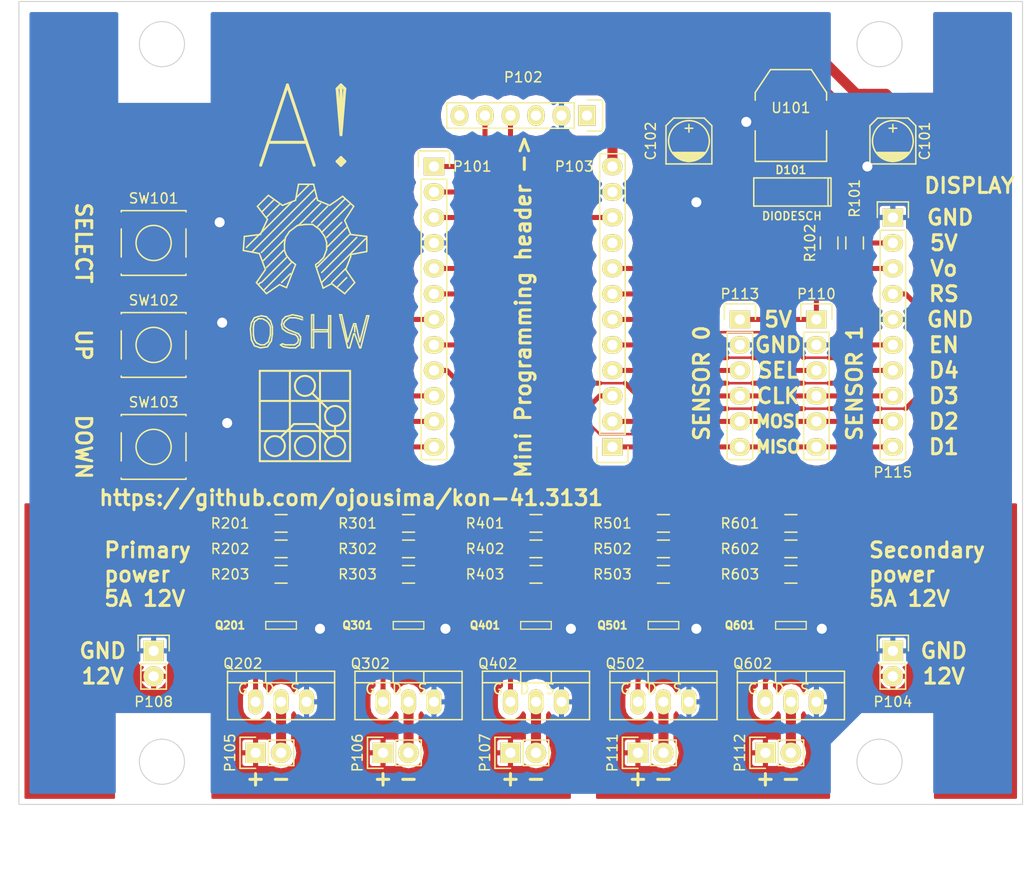
<source format=kicad_pcb>
(kicad_pcb (version 4) (host pcbnew "(2014-08-05 BZR 5054)-product")
  (layers (0 F.Cu signal) (31 B.Cu signal) (34 B.Paste user) (35 F.Paste user) (36 B.SilkS user) (37 F.SilkS user) (38 B.Mask user) (39 F.Mask user) (44 Edge.Cuts user))
  (net 0 "")
  (net 1 /TXO)
  (net 2 /RXI)
  (net 3 /PWM0/INV_PWM)
  (net 4 /PWM1/INV_PWM)
  (net 5 /PWM2/INV_PWM)
  (net 6 /MOSI)
  (net 7 /MISO)
  (net 8 /SCLK)
  (net 9 /SEL0)
  (net 10 /SEL1)
  (net 11 /SEL2)
  (net 12 /PWM0/12V)
  (net 13 /PWM0/Drain)
  (net 14 /PWM1/Drain)
  (net 15 /PWM2/Drain)
  (net 16 /5V)
  (net 17 "Net-(Q201-Pad2)")
  (net 18 "Net-(Q201-Pad3)")
  (net 19 "Net-(Q301-Pad2)")
  (net 20 "Net-(Q301-Pad3)")
  (net 21 "Net-(Q401-Pad2)")
  (net 22 "Net-(Q401-Pad3)")
  (net 23 /RS)
  (net 24 /BT0)
  (net 25 /PWM3/INV_PWM)
  (net 26 /BT1)
  (net 27 /BT2)
  (net 28 "Net-(P102-Pad1)")
  (net 29 /Vcc)
  (net 30 /DTR)
  (net 31 /PWM4/INV_PWM)
  (net 32 /PWM3/Drain)
  (net 33 /PWM4/Drain)
  (net 34 /Vo)
  (net 35 "Net-(Q501-Pad2)")
  (net 36 "Net-(Q501-Pad3)")
  (net 37 "Net-(Q601-Pad2)")
  (net 38 "Net-(Q601-Pad3)")
  (net 39 /RESET)
  (net 40 GND)
  (net 41 /D4)
  (net 42 /3V3)
  (net 43 /PWM3/12V)
  (module Pin_Headers:Pin_Header_Straight_1x06 (layer F.Cu) (at 101.6 86.36 270)
    (fp_text reference P102 (at -3.81 6.35 360) (layer F.SilkS))
    (fp_text value CONN_01X06)
    (pad 1 thru_hole rect (at 0 0 270) (size 2.032 1.7272) (drill 1.016) (layers *.Cu *.Mask F.SilkS) (net 28 "Net-(P102-Pad1)"))
    (pad 2 thru_hole oval (at 0 2.54 270) (size 2.032 1.7272) (drill 1.016) (layers *.Cu *.Mask F.SilkS) (net 40 GND))
    (pad 3 thru_hole oval (at 0 5.08 270) (size 2.032 1.7272) (drill 1.016) (layers *.Cu *.Mask F.SilkS) (net 29 /Vcc))
    (pad 4 thru_hole oval (at 0 7.62 270) (size 2.032 1.7272) (drill 1.016) (layers *.Cu *.Mask F.SilkS) (net 2 /RXI))
    (pad 5 thru_hole oval (at 0 10.16 270) (size 2.032 1.7272) (drill 1.016) (layers *.Cu *.Mask F.SilkS) (net 1 /TXO))
    (pad 6 thru_hole oval (at 0 12.7 270) (size 2.032 1.7272) (drill 1.016) (layers *.Cu *.Mask F.SilkS) (net 30 /DTR))
  )
  (module Pin_Headers:Pin_Header_Straight_1x02 (layer F.Cu) (at 119.38 149.86 90)
    (fp_text reference P112 (at 0 -2.54 90) (layer F.SilkS))
    (fp_text value CONN_01X02)
    (pad 1 thru_hole rect (at 0 0 90) (size 2.032 2.032) (drill 1.016) (layers *.Cu *.Mask F.SilkS) (net 43 /PWM3/12V))
    (pad 2 thru_hole oval (at 0 2.54 90) (size 2.032 2.032) (drill 1.016) (layers *.Cu *.Mask F.SilkS) (net 33 /PWM4/Drain))
  )
  (module Pin_Headers:Pin_Header_Straight_1x06 (layer F.Cu) (at 116.84 106.68)
    (fp_text reference P113 (at 0 -2.54) (layer F.SilkS))
    (fp_text value CONN_01X06)
    (pad 1 thru_hole rect (at 0 0) (size 2.032 1.7272) (drill 1.016) (layers *.Cu *.Mask F.SilkS) (net 16 /5V))
    (pad 2 thru_hole oval (at 0 2.54) (size 2.032 1.7272) (drill 1.016) (layers *.Cu *.Mask F.SilkS) (net 40 GND))
    (pad 3 thru_hole oval (at 0 5.08) (size 2.032 1.7272) (drill 1.016) (layers *.Cu *.Mask F.SilkS) (net 9 /SEL0))
    (pad 4 thru_hole oval (at 0 7.62) (size 2.032 1.7272) (drill 1.016) (layers *.Cu *.Mask F.SilkS) (net 8 /SCLK))
    (pad 5 thru_hole oval (at 0 10.16) (size 2.032 1.7272) (drill 1.016) (layers *.Cu *.Mask F.SilkS) (net 6 /MOSI))
    (pad 6 thru_hole oval (at 0 12.7) (size 2.032 1.7272) (drill 1.016) (layers *.Cu *.Mask F.SilkS) (net 7 /MISO))
  )
  (module Pin_Headers:Pin_Header_Straight_1x10 (layer F.Cu) (at 132.08 96.52)
    (fp_text reference P115 (at 0 25.4) (layer F.SilkS))
    (fp_text value CONN_01X10)
    (pad 1 thru_hole rect (at 0 0) (size 2.032 1.7272) (drill 1.016) (layers *.Cu *.Mask F.SilkS) (net 40 GND))
    (pad 2 thru_hole oval (at 0 2.54) (size 2.032 1.7272) (drill 1.016) (layers *.Cu *.Mask F.SilkS) (net 16 /5V))
    (pad 3 thru_hole oval (at 0 5.08) (size 2.032 1.7272) (drill 1.016) (layers *.Cu *.Mask F.SilkS) (net 34 /Vo))
    (pad 4 thru_hole oval (at 0 7.62) (size 2.032 1.7272) (drill 1.016) (layers *.Cu *.Mask F.SilkS) (net 23 /RS))
    (pad 5 thru_hole oval (at 0 10.16) (size 2.032 1.7272) (drill 1.016) (layers *.Cu *.Mask F.SilkS) (net 40 GND))
    (pad 6 thru_hole oval (at 0 12.7) (size 2.032 1.7272) (drill 1.016) (layers *.Cu *.Mask F.SilkS) (net 11 /SEL2))
    (pad 7 thru_hole oval (at 0 15.24) (size 2.032 1.7272) (drill 1.016) (layers *.Cu *.Mask F.SilkS) (net 41 /D4))
    (pad 8 thru_hole oval (at 0 17.78) (size 2.032 1.7272) (drill 1.016) (layers *.Cu *.Mask F.SilkS) (net 8 /SCLK))
    (pad 9 thru_hole oval (at 0 20.32) (size 2.032 1.7272) (drill 1.016) (layers *.Cu *.Mask F.SilkS) (net 6 /MOSI))
    (pad 10 thru_hole oval (at 0 22.86) (size 2.032 1.7272) (drill 1.016) (layers *.Cu *.Mask F.SilkS) (net 7 /MISO))
  )
  (module smd_packages_fork:SOT23EBC (layer F.Cu) (at 109.22 137.16 180)
    (fp_text reference Q501 (at 5.08 0 180) (layer F.SilkS) (effects (font (size 0.762 0.762) (thickness 0.2032))))
    (fp_text value BC850 hide)
    (pad 1 smd rect (at -0.889 -1.016 180) (size 1.1 1.5) (layers F.Cu F.Paste F.Mask) (net 40 GND))
    (pad 2 smd rect (at 0.889 -1.016 180) (size 1.1 1.5) (layers F.Cu F.Paste F.Mask) (net 35 "Net-(Q501-Pad2)"))
    (pad 3 smd rect (at 0 1.016 180) (size 1.1 1.5) (layers F.Cu F.Paste F.Mask) (net 36 "Net-(Q501-Pad3)"))
  )
  (module Transistors_TO-220:TO-220_FET-GDS_Vertical (layer F.Cu) (at 109.22 144.78)
    (fp_text reference Q502 (at -3.81 -3.81) (layer F.SilkS))
    (fp_text value IRF530N)
    (fp_text user S (at 1.397 -1.27) (layer F.SilkS))
    (fp_text user D (at -1.143 -1.27) (layer F.SilkS))
    (fp_text user G (at -3.81 -1.27) (layer F.SilkS))
    (pad D thru_hole oval (at 0 0 90) (size 2.49936 1.50114) (drill 1.00076) (layers *.Cu *.Mask F.SilkS) (net 32 /PWM3/Drain))
    (pad G thru_hole oval (at -2.54 0 90) (size 2.49936 1.50114) (drill 1.00076) (layers *.Cu *.Mask F.SilkS) (net 36 "Net-(Q501-Pad3)"))
    (pad S thru_hole oval (at 2.54 0 90) (size 2.49936 1.50114) (drill 1.00076) (layers *.Cu *.Mask F.SilkS) (net 40 GND))
  )
  (module smd_packages_fork:SOT23EBC (layer F.Cu) (at 121.92 137.16 180)
    (fp_text reference Q601 (at 5.08 0 180) (layer F.SilkS) (effects (font (size 0.762 0.762) (thickness 0.2032))))
    (fp_text value BC850 hide)
    (pad 1 smd rect (at -0.889 -1.016 180) (size 1.1 1.5) (layers F.Cu F.Paste F.Mask) (net 40 GND))
    (pad 2 smd rect (at 0.889 -1.016 180) (size 1.1 1.5) (layers F.Cu F.Paste F.Mask) (net 37 "Net-(Q601-Pad2)"))
    (pad 3 smd rect (at 0 1.016 180) (size 1.1 1.5) (layers F.Cu F.Paste F.Mask) (net 38 "Net-(Q601-Pad3)"))
  )
  (module Transistors_TO-220:TO-220_FET-GDS_Vertical (layer F.Cu) (at 121.92 144.78)
    (fp_text reference Q602 (at -3.81 -3.81) (layer F.SilkS))
    (fp_text value IRF530N)
    (fp_text user S (at 1.397 -1.27) (layer F.SilkS))
    (fp_text user D (at -1.143 -1.27) (layer F.SilkS))
    (fp_text user G (at -3.81 -1.27) (layer F.SilkS))
    (pad D thru_hole oval (at 0 0 90) (size 2.49936 1.50114) (drill 1.00076) (layers *.Cu *.Mask F.SilkS) (net 33 /PWM4/Drain))
    (pad G thru_hole oval (at -2.54 0 90) (size 2.49936 1.50114) (drill 1.00076) (layers *.Cu *.Mask F.SilkS) (net 38 "Net-(Q601-Pad3)"))
    (pad S thru_hole oval (at 2.54 0 90) (size 2.49936 1.50114) (drill 1.00076) (layers *.Cu *.Mask F.SilkS) (net 40 GND))
  )
  (module Resistors_SMD:R_0805_HandSoldering (layer F.Cu) (at 125.73 99.06 270)
    (fp_text reference R101 (at -4.445 -2.54 270) (layer F.SilkS))
    (fp_text value R)
    (pad 1 smd rect (at -1.35 0 270) (size 1.5 1.3) (layers F.Cu F.Paste F.Mask) (net 16 /5V))
    (pad 2 smd rect (at 1.35 0 270) (size 1.5 1.3) (layers F.Cu F.Paste F.Mask) (net 34 /Vo))
  )
  (module Resistors_SMD:R_0805_HandSoldering (layer F.Cu) (at 128.27 99.06 90)
    (fp_text reference R102 (at 0 -4.445 90) (layer F.SilkS))
    (fp_text value R)
    (pad 1 smd rect (at -1.35 0 90) (size 1.5 1.3) (layers F.Cu F.Paste F.Mask) (net 34 /Vo))
    (pad 2 smd rect (at 1.35 0 90) (size 1.5 1.3) (layers F.Cu F.Paste F.Mask) (net 40 GND))
  )
  (module Resistors_SMD:R_0805_HandSoldering (layer F.Cu) (at 109.22 127)
    (fp_text reference R501 (at -5.08 0) (layer F.SilkS))
    (fp_text value 10k)
    (pad 1 smd rect (at -1.35 0) (size 1.5 1.3) (layers F.Cu F.Paste F.Mask) (net 43 /PWM3/12V))
    (pad 2 smd rect (at 1.35 0) (size 1.5 1.3) (layers F.Cu F.Paste F.Mask) (net 25 /PWM3/INV_PWM))
  )
  (module Resistors_SMD:R_0805_HandSoldering (layer F.Cu) (at 109.22 129.54)
    (fp_text reference R502 (at -5.08 0) (layer F.SilkS))
    (fp_text value 1k)
    (pad 1 smd rect (at -1.35 0) (size 1.5 1.3) (layers F.Cu F.Paste F.Mask) (net 35 "Net-(Q501-Pad2)"))
    (pad 2 smd rect (at 1.35 0) (size 1.5 1.3) (layers F.Cu F.Paste F.Mask) (net 25 /PWM3/INV_PWM))
  )
  (module Resistors_SMD:R_0805_HandSoldering (layer F.Cu) (at 109.22 132.08)
    (fp_text reference R503 (at -5.08 0) (layer F.SilkS))
    (fp_text value 10k)
    (pad 1 smd rect (at -1.35 0) (size 1.5 1.3) (layers F.Cu F.Paste F.Mask) (net 43 /PWM3/12V))
    (pad 2 smd rect (at 1.35 0) (size 1.5 1.3) (layers F.Cu F.Paste F.Mask) (net 36 "Net-(Q501-Pad3)"))
  )
  (module Resistors_SMD:R_0805_HandSoldering (layer F.Cu) (at 121.92 127)
    (fp_text reference R601 (at -5.08 0) (layer F.SilkS))
    (fp_text value 10k)
    (pad 1 smd rect (at -1.35 0) (size 1.5 1.3) (layers F.Cu F.Paste F.Mask) (net 43 /PWM3/12V))
    (pad 2 smd rect (at 1.35 0) (size 1.5 1.3) (layers F.Cu F.Paste F.Mask) (net 31 /PWM4/INV_PWM))
  )
  (module Resistors_SMD:R_0805_HandSoldering (layer F.Cu) (at 121.92 129.54)
    (fp_text reference R602 (at -5.08 0) (layer F.SilkS))
    (fp_text value 1k)
    (pad 1 smd rect (at -1.35 0) (size 1.5 1.3) (layers F.Cu F.Paste F.Mask) (net 37 "Net-(Q601-Pad2)"))
    (pad 2 smd rect (at 1.35 0) (size 1.5 1.3) (layers F.Cu F.Paste F.Mask) (net 31 /PWM4/INV_PWM))
  )
  (module Resistors_SMD:R_0805_HandSoldering (layer F.Cu) (at 121.92 132.08)
    (fp_text reference R603 (at -5.08 0) (layer F.SilkS))
    (fp_text value 10k)
    (pad 1 smd rect (at -1.35 0) (size 1.5 1.3) (layers F.Cu F.Paste F.Mask) (net 43 /PWM3/12V))
    (pad 2 smd rect (at 1.35 0) (size 1.5 1.3) (layers F.Cu F.Paste F.Mask) (net 38 "Net-(Q601-Pad3)"))
  )
  (module SMD_Switches:SW_SPST_PTS645 (layer F.Cu) (at 58.42 99.06)
    (fp_text reference SW101 (at 0 -4.445 180) (layer F.SilkS))
    (fp_text value SPST)
    (pad 2 smd rect (at -3.975 2.25) (size 1.55 1.3) (layers F.Cu F.Paste F.Mask) (net 24 /BT0))
    (pad 1 smd rect (at -3.975 -2.25) (size 1.55 1.3) (layers F.Cu F.Paste F.Mask) (net 40 GND))
    (pad 1 smd rect (at 3.975 -2.25) (size 1.55 1.3) (layers F.Cu F.Paste F.Mask) (net 40 GND))
    (pad 2 smd rect (at 3.975 2.25) (size 1.55 1.3) (layers F.Cu F.Paste F.Mask) (net 24 /BT0))
  )
  (module SMD_Switches:SW_SPST_PTS645 (layer F.Cu) (at 58.42 109.22)
    (fp_text reference SW102 (at 0 -4.445 180) (layer F.SilkS))
    (fp_text value SPST)
    (pad 2 smd rect (at -3.975 2.25) (size 1.55 1.3) (layers F.Cu F.Paste F.Mask) (net 26 /BT1))
    (pad 1 smd rect (at -3.975 -2.25) (size 1.55 1.3) (layers F.Cu F.Paste F.Mask) (net 40 GND))
    (pad 1 smd rect (at 3.975 -2.25) (size 1.55 1.3) (layers F.Cu F.Paste F.Mask) (net 40 GND))
    (pad 2 smd rect (at 3.975 2.25) (size 1.55 1.3) (layers F.Cu F.Paste F.Mask) (net 26 /BT1))
  )
  (module SMD_Switches:SW_SPST_PTS645 (layer F.Cu) (at 58.42 119.38)
    (fp_text reference SW103 (at 0 -4.445 180) (layer F.SilkS))
    (fp_text value SPST)
    (pad 2 smd rect (at -3.975 2.25) (size 1.55 1.3) (layers F.Cu F.Paste F.Mask) (net 27 /BT2))
    (pad 1 smd rect (at -3.975 -2.25) (size 1.55 1.3) (layers F.Cu F.Paste F.Mask) (net 40 GND))
    (pad 1 smd rect (at 3.975 -2.25) (size 1.55 1.3) (layers F.Cu F.Paste F.Mask) (net 40 GND))
    (pad 2 smd rect (at 3.975 2.25) (size 1.55 1.3) (layers F.Cu F.Paste F.Mask) (net 27 /BT2))
  )
  (module Pin_Headers:Pin_Header_Straight_1x12 (layer F.Cu) (at 86.36 91.44)
    (fp_text reference P101 (at 3.81 0) (layer F.SilkS))
    (fp_text value CONN_01X12)
    (pad 1 thru_hole rect (at 0 0) (size 2.032 1.7272) (drill 1.016) (layers *.Cu *.Mask F.SilkS) (net 1 /TXO))
    (pad 2 thru_hole oval (at 0 2.54) (size 2.032 1.7272) (drill 1.016) (layers *.Cu *.Mask F.SilkS) (net 2 /RXI))
    (pad 3 thru_hole oval (at 0 5.08) (size 2.032 1.7272) (drill 1.016) (layers *.Cu *.Mask F.SilkS) (net 39 /RESET))
    (pad 4 thru_hole oval (at 0 7.62) (size 2.032 1.7272) (drill 1.016) (layers *.Cu *.Mask F.SilkS) (net 40 GND))
    (pad 5 thru_hole oval (at 0 10.16) (size 2.032 1.7272) (drill 1.016) (layers *.Cu *.Mask F.SilkS) (net 23 /RS))
    (pad 6 thru_hole oval (at 0 12.7) (size 2.032 1.7272) (drill 1.016) (layers *.Cu *.Mask F.SilkS) (net 25 /PWM3/INV_PWM))
    (pad 7 thru_hole oval (at 0 15.24) (size 2.032 1.7272) (drill 1.016) (layers *.Cu *.Mask F.SilkS) (net 24 /BT0))
    (pad 8 thru_hole oval (at 0 17.78) (size 2.032 1.7272) (drill 1.016) (layers *.Cu *.Mask F.SilkS) (net 5 /PWM2/INV_PWM))
    (pad 9 thru_hole oval (at 0 20.32) (size 2.032 1.7272) (drill 1.016) (layers *.Cu *.Mask F.SilkS) (net 4 /PWM1/INV_PWM))
    (pad 10 thru_hole oval (at 0 22.86) (size 2.032 1.7272) (drill 1.016) (layers *.Cu *.Mask F.SilkS) (net 26 /BT1))
    (pad 11 thru_hole oval (at 0 25.4) (size 2.032 1.7272) (drill 1.016) (layers *.Cu *.Mask F.SilkS) (net 27 /BT2))
    (pad 12 thru_hole oval (at 0 27.94) (size 2.032 1.7272) (drill 1.016) (layers *.Cu *.Mask F.SilkS) (net 3 /PWM0/INV_PWM))
  )
  (module Pin_Headers:Pin_Header_Straight_1x12 (layer F.Cu) (at 104.14 119.38 180)
    (fp_text reference P103 (at 3.81 27.94 180) (layer F.SilkS))
    (fp_text value CONN_01X12)
    (pad 1 thru_hole rect (at 0 0 180) (size 2.032 1.7272) (drill 1.016) (layers *.Cu *.Mask F.SilkS) (net 31 /PWM4/INV_PWM))
    (pad 2 thru_hole oval (at 0 2.54 180) (size 2.032 1.7272) (drill 1.016) (layers *.Cu *.Mask F.SilkS) (net 6 /MOSI))
    (pad 3 thru_hole oval (at 0 5.08 180) (size 2.032 1.7272) (drill 1.016) (layers *.Cu *.Mask F.SilkS) (net 7 /MISO))
    (pad 4 thru_hole oval (at 0 7.62 180) (size 2.032 1.7272) (drill 1.016) (layers *.Cu *.Mask F.SilkS) (net 8 /SCLK))
    (pad 5 thru_hole oval (at 0 10.16 180) (size 2.032 1.7272) (drill 1.016) (layers *.Cu *.Mask F.SilkS) (net 41 /D4))
    (pad 6 thru_hole oval (at 0 12.7 180) (size 2.032 1.7272) (drill 1.016) (layers *.Cu *.Mask F.SilkS) (net 9 /SEL0))
    (pad 7 thru_hole oval (at 0 15.24 180) (size 2.032 1.7272) (drill 1.016) (layers *.Cu *.Mask F.SilkS) (net 10 /SEL1))
    (pad 8 thru_hole oval (at 0 17.78 180) (size 2.032 1.7272) (drill 1.016) (layers *.Cu *.Mask F.SilkS) (net 11 /SEL2))
    (pad 9 thru_hole oval (at 0 20.32 180) (size 2.032 1.7272) (drill 1.016) (layers *.Cu *.Mask F.SilkS) (net 42 /3V3))
    (pad 10 thru_hole oval (at 0 22.86 180) (size 2.032 1.7272) (drill 1.016) (layers *.Cu *.Mask F.SilkS) (net 39 /RESET))
    (pad 11 thru_hole oval (at 0 25.4 180) (size 2.032 1.7272) (drill 1.016) (layers *.Cu *.Mask F.SilkS) (net 40 GND))
    (pad 12 thru_hole oval (at 0 27.94 180) (size 2.032 1.7272) (drill 1.016) (layers *.Cu *.Mask F.SilkS) (net 16 /5V))
  )
  (module Pin_Headers:Pin_Header_Straight_1x02 (layer F.Cu) (at 68.58 149.86 90)
    (fp_text reference P105 (at 0 -2.54 90) (layer F.SilkS))
    (fp_text value CONN_01X02)
    (pad 1 thru_hole rect (at 0 0 90) (size 2.032 2.032) (drill 1.016) (layers *.Cu *.Mask F.SilkS) (net 12 /PWM0/12V))
    (pad 2 thru_hole oval (at 0 2.54 90) (size 2.032 2.032) (drill 1.016) (layers *.Cu *.Mask F.SilkS) (net 13 /PWM0/Drain))
  )
  (module Pin_Headers:Pin_Header_Straight_1x02 (layer F.Cu) (at 81.28 149.86 90)
    (fp_text reference P106 (at 0 -2.54 90) (layer F.SilkS))
    (fp_text value CONN_01X02)
    (pad 1 thru_hole rect (at 0 0 90) (size 2.032 2.032) (drill 1.016) (layers *.Cu *.Mask F.SilkS) (net 12 /PWM0/12V))
    (pad 2 thru_hole oval (at 0 2.54 90) (size 2.032 2.032) (drill 1.016) (layers *.Cu *.Mask F.SilkS) (net 14 /PWM1/Drain))
  )
  (module Pin_Headers:Pin_Header_Straight_1x02 (layer F.Cu) (at 93.98 149.86 90)
    (fp_text reference P107 (at 0 -2.54 90) (layer F.SilkS))
    (fp_text value CONN_01X02)
    (pad 1 thru_hole rect (at 0 0 90) (size 2.032 2.032) (drill 1.016) (layers *.Cu *.Mask F.SilkS) (net 12 /PWM0/12V))
    (pad 2 thru_hole oval (at 0 2.54 90) (size 2.032 2.032) (drill 1.016) (layers *.Cu *.Mask F.SilkS) (net 15 /PWM2/Drain))
  )
  (module Pin_Headers:Pin_Header_Straight_1x06 (layer F.Cu) (at 124.46 106.68)
    (fp_text reference P110 (at 0 -2.54) (layer F.SilkS))
    (fp_text value CONN_01X06)
    (pad 1 thru_hole rect (at 0 0) (size 2.032 1.7272) (drill 1.016) (layers *.Cu *.Mask F.SilkS) (net 16 /5V))
    (pad 2 thru_hole oval (at 0 2.54) (size 2.032 1.7272) (drill 1.016) (layers *.Cu *.Mask F.SilkS) (net 40 GND))
    (pad 3 thru_hole oval (at 0 5.08) (size 2.032 1.7272) (drill 1.016) (layers *.Cu *.Mask F.SilkS) (net 10 /SEL1))
    (pad 4 thru_hole oval (at 0 7.62) (size 2.032 1.7272) (drill 1.016) (layers *.Cu *.Mask F.SilkS) (net 8 /SCLK))
    (pad 5 thru_hole oval (at 0 10.16) (size 2.032 1.7272) (drill 1.016) (layers *.Cu *.Mask F.SilkS) (net 6 /MOSI))
    (pad 6 thru_hole oval (at 0 12.7) (size 2.032 1.7272) (drill 1.016) (layers *.Cu *.Mask F.SilkS) (net 7 /MISO))
  )
  (module smd_packages_fork:SOT23EBC (layer F.Cu) (at 71.12 137.16 180)
    (fp_text reference Q201 (at 5.08 0 180) (layer F.SilkS) (effects (font (size 0.762 0.762) (thickness 0.2032))))
    (fp_text value BC850 hide)
    (pad 1 smd rect (at -0.889 -1.016 180) (size 1.1 1.5) (layers F.Cu F.Paste F.Mask) (net 40 GND))
    (pad 2 smd rect (at 0.889 -1.016 180) (size 1.1 1.5) (layers F.Cu F.Paste F.Mask) (net 17 "Net-(Q201-Pad2)"))
    (pad 3 smd rect (at 0 1.016 180) (size 1.1 1.5) (layers F.Cu F.Paste F.Mask) (net 18 "Net-(Q201-Pad3)"))
  )
  (module Transistors_TO-220:TO-220_FET-GDS_Vertical (layer F.Cu) (at 71.12 144.78)
    (fp_text reference Q202 (at -3.81 -3.81) (layer F.SilkS))
    (fp_text value IRF530N)
    (fp_text user S (at 1.397 -1.27) (layer F.SilkS))
    (fp_text user D (at -1.143 -1.27) (layer F.SilkS))
    (fp_text user G (at -3.81 -1.27) (layer F.SilkS))
    (pad D thru_hole oval (at 0 0 90) (size 2.49936 1.50114) (drill 1.00076) (layers *.Cu *.Mask F.SilkS) (net 13 /PWM0/Drain))
    (pad G thru_hole oval (at -2.54 0 90) (size 2.49936 1.50114) (drill 1.00076) (layers *.Cu *.Mask F.SilkS) (net 18 "Net-(Q201-Pad3)"))
    (pad S thru_hole oval (at 2.54 0 90) (size 2.49936 1.50114) (drill 1.00076) (layers *.Cu *.Mask F.SilkS) (net 40 GND))
  )
  (module smd_packages_fork:SOT23EBC (layer F.Cu) (at 83.82 137.16 180)
    (fp_text reference Q301 (at 5.08 0 180) (layer F.SilkS) (effects (font (size 0.762 0.762) (thickness 0.2032))))
    (fp_text value BC850 hide)
    (pad 1 smd rect (at -0.889 -1.016 180) (size 1.1 1.5) (layers F.Cu F.Paste F.Mask) (net 40 GND))
    (pad 2 smd rect (at 0.889 -1.016 180) (size 1.1 1.5) (layers F.Cu F.Paste F.Mask) (net 19 "Net-(Q301-Pad2)"))
    (pad 3 smd rect (at 0 1.016 180) (size 1.1 1.5) (layers F.Cu F.Paste F.Mask) (net 20 "Net-(Q301-Pad3)"))
  )
  (module Transistors_TO-220:TO-220_FET-GDS_Vertical (layer F.Cu) (at 83.82 144.78)
    (fp_text reference Q302 (at -3.81 -3.81) (layer F.SilkS))
    (fp_text value IRF530N)
    (fp_text user S (at 1.397 -1.27) (layer F.SilkS))
    (fp_text user D (at -1.143 -1.27) (layer F.SilkS))
    (fp_text user G (at -3.81 -1.27) (layer F.SilkS))
    (pad D thru_hole oval (at 0 0 90) (size 2.49936 1.50114) (drill 1.00076) (layers *.Cu *.Mask F.SilkS) (net 14 /PWM1/Drain))
    (pad G thru_hole oval (at -2.54 0 90) (size 2.49936 1.50114) (drill 1.00076) (layers *.Cu *.Mask F.SilkS) (net 20 "Net-(Q301-Pad3)"))
    (pad S thru_hole oval (at 2.54 0 90) (size 2.49936 1.50114) (drill 1.00076) (layers *.Cu *.Mask F.SilkS) (net 40 GND))
  )
  (module smd_packages_fork:SOT23EBC (layer F.Cu) (at 96.52 137.16 180)
    (fp_text reference Q401 (at 5.08 0 180) (layer F.SilkS) (effects (font (size 0.762 0.762) (thickness 0.2032))))
    (fp_text value BC850 hide)
    (pad 1 smd rect (at -0.889 -1.016 180) (size 1.1 1.5) (layers F.Cu F.Paste F.Mask) (net 40 GND))
    (pad 2 smd rect (at 0.889 -1.016 180) (size 1.1 1.5) (layers F.Cu F.Paste F.Mask) (net 21 "Net-(Q401-Pad2)"))
    (pad 3 smd rect (at 0 1.016 180) (size 1.1 1.5) (layers F.Cu F.Paste F.Mask) (net 22 "Net-(Q401-Pad3)"))
  )
  (module Transistors_TO-220:TO-220_FET-GDS_Vertical (layer F.Cu) (at 96.52 144.78)
    (fp_text reference Q402 (at -3.81 -3.81) (layer F.SilkS))
    (fp_text value IRF530N)
    (fp_text user S (at 1.397 -1.27) (layer F.SilkS))
    (fp_text user D (at -1.143 -1.27) (layer F.SilkS))
    (fp_text user G (at -3.81 -1.27) (layer F.SilkS))
    (pad D thru_hole oval (at 0 0 90) (size 2.49936 1.50114) (drill 1.00076) (layers *.Cu *.Mask F.SilkS) (net 15 /PWM2/Drain))
    (pad G thru_hole oval (at -2.54 0 90) (size 2.49936 1.50114) (drill 1.00076) (layers *.Cu *.Mask F.SilkS) (net 22 "Net-(Q401-Pad3)"))
    (pad S thru_hole oval (at 2.54 0 90) (size 2.49936 1.50114) (drill 1.00076) (layers *.Cu *.Mask F.SilkS) (net 40 GND))
  )
  (module Resistors_SMD:R_0805_HandSoldering (layer F.Cu) (at 71.12 127)
    (fp_text reference R201 (at -5.08 0) (layer F.SilkS))
    (fp_text value 10k)
    (pad 1 smd rect (at -1.35 0) (size 1.5 1.3) (layers F.Cu F.Paste F.Mask) (net 12 /PWM0/12V))
    (pad 2 smd rect (at 1.35 0) (size 1.5 1.3) (layers F.Cu F.Paste F.Mask) (net 3 /PWM0/INV_PWM))
  )
  (module Resistors_SMD:R_0805_HandSoldering (layer F.Cu) (at 71.12 129.54)
    (fp_text reference R202 (at -5.08 0) (layer F.SilkS))
    (fp_text value 1k)
    (pad 1 smd rect (at -1.35 0) (size 1.5 1.3) (layers F.Cu F.Paste F.Mask) (net 17 "Net-(Q201-Pad2)"))
    (pad 2 smd rect (at 1.35 0) (size 1.5 1.3) (layers F.Cu F.Paste F.Mask) (net 3 /PWM0/INV_PWM))
  )
  (module Resistors_SMD:R_0805_HandSoldering (layer F.Cu) (at 71.12 132.08)
    (fp_text reference R203 (at -5.08 0) (layer F.SilkS))
    (fp_text value 10k)
    (pad 1 smd rect (at -1.35 0) (size 1.5 1.3) (layers F.Cu F.Paste F.Mask) (net 12 /PWM0/12V))
    (pad 2 smd rect (at 1.35 0) (size 1.5 1.3) (layers F.Cu F.Paste F.Mask) (net 18 "Net-(Q201-Pad3)"))
  )
  (module Resistors_SMD:R_0805_HandSoldering (layer F.Cu) (at 83.82 127)
    (fp_text reference R301 (at -5.08 0) (layer F.SilkS))
    (fp_text value 10k)
    (pad 1 smd rect (at -1.35 0) (size 1.5 1.3) (layers F.Cu F.Paste F.Mask) (net 12 /PWM0/12V))
    (pad 2 smd rect (at 1.35 0) (size 1.5 1.3) (layers F.Cu F.Paste F.Mask) (net 4 /PWM1/INV_PWM))
  )
  (module Resistors_SMD:R_0805_HandSoldering (layer F.Cu) (at 83.82 129.54)
    (fp_text reference R302 (at -5.08 0) (layer F.SilkS))
    (fp_text value 1k)
    (pad 1 smd rect (at -1.35 0) (size 1.5 1.3) (layers F.Cu F.Paste F.Mask) (net 19 "Net-(Q301-Pad2)"))
    (pad 2 smd rect (at 1.35 0) (size 1.5 1.3) (layers F.Cu F.Paste F.Mask) (net 4 /PWM1/INV_PWM))
  )
  (module Resistors_SMD:R_0805_HandSoldering (layer F.Cu) (at 83.82 132.08)
    (fp_text reference R303 (at -5.08 0) (layer F.SilkS))
    (fp_text value 10k)
    (pad 1 smd rect (at -1.35 0) (size 1.5 1.3) (layers F.Cu F.Paste F.Mask) (net 12 /PWM0/12V))
    (pad 2 smd rect (at 1.35 0) (size 1.5 1.3) (layers F.Cu F.Paste F.Mask) (net 20 "Net-(Q301-Pad3)"))
  )
  (module Resistors_SMD:R_0805_HandSoldering (layer F.Cu) (at 96.52 127)
    (fp_text reference R401 (at -5.08 0) (layer F.SilkS))
    (fp_text value 10k)
    (pad 1 smd rect (at -1.35 0) (size 1.5 1.3) (layers F.Cu F.Paste F.Mask) (net 12 /PWM0/12V))
    (pad 2 smd rect (at 1.35 0) (size 1.5 1.3) (layers F.Cu F.Paste F.Mask) (net 5 /PWM2/INV_PWM))
  )
  (module Resistors_SMD:R_0805_HandSoldering (layer F.Cu) (at 96.52 129.54)
    (fp_text reference R402 (at -5.08 0) (layer F.SilkS))
    (fp_text value 1k)
    (pad 1 smd rect (at -1.35 0) (size 1.5 1.3) (layers F.Cu F.Paste F.Mask) (net 21 "Net-(Q401-Pad2)"))
    (pad 2 smd rect (at 1.35 0) (size 1.5 1.3) (layers F.Cu F.Paste F.Mask) (net 5 /PWM2/INV_PWM))
  )
  (module Resistors_SMD:R_0805_HandSoldering (layer F.Cu) (at 96.52 132.08)
    (fp_text reference R403 (at -5.08 0) (layer F.SilkS))
    (fp_text value 10k)
    (pad 1 smd rect (at -1.35 0) (size 1.5 1.3) (layers F.Cu F.Paste F.Mask) (net 12 /PWM0/12V))
    (pad 2 smd rect (at 1.35 0) (size 1.5 1.3) (layers F.Cu F.Paste F.Mask) (net 22 "Net-(Q401-Pad3)"))
  )
  (module Pin_Headers:Pin_Header_Straight_1x02 (layer F.Cu) (at 58.42 139.7)
    (fp_text reference P108 (at 0 5.08) (layer F.SilkS))
    (fp_text value CONN_01X02)
    (pad 1 thru_hole rect (at 0 0) (size 2.032 2.032) (drill 1.016) (layers *.Cu *.Mask F.SilkS) (net 40 GND))
    (pad 2 thru_hole oval (at 0 2.54) (size 2.032 2.032) (drill 1.016) (layers *.Cu *.Mask F.SilkS) (net 12 /PWM0/12V))
  )
  (module Pin_Headers:Pin_Header_Straight_1x02 (layer F.Cu) (at 106.68 149.86 90)
    (fp_text reference P111 (at 0 -2.54 90) (layer F.SilkS))
    (fp_text value CONN_01X02)
    (pad 1 thru_hole rect (at 0 0 90) (size 2.032 2.032) (drill 1.016) (layers *.Cu *.Mask F.SilkS) (net 43 /PWM3/12V))
    (pad 2 thru_hole oval (at 0 2.54 90) (size 2.032 2.032) (drill 1.016) (layers *.Cu *.Mask F.SilkS) (net 32 /PWM3/Drain))
  )
  (module SMD_Capacitors:c_elec_4x5.3 (layer F.Cu) (at 132.08 88.9 90)
    (fp_text reference C101 (at 0 3.175 90) (layer F.SilkS))
    (fp_text value 10u)
    (pad 1 smd rect (at 1.80086 0 90) (size 2.60096 1.6002) (layers F.Cu F.Paste F.Mask) (net 12 /PWM0/12V))
    (pad 2 smd rect (at -1.80086 0 90) (size 2.60096 1.6002) (layers F.Cu F.Paste F.Mask) (net 40 GND))
  )
  (module SMD_Capacitors:c_elec_4x5.3 (layer F.Cu) (at 111.76 88.9 90)
    (fp_text reference C102 (at 0 -3.81 90) (layer F.SilkS))
    (fp_text value 100u)
    (pad 1 smd rect (at 1.80086 0 90) (size 2.60096 1.6002) (layers F.Cu F.Paste F.Mask) (net 16 /5V))
    (pad 2 smd rect (at -1.80086 0 90) (size 2.60096 1.6002) (layers F.Cu F.Paste F.Mask) (net 40 GND))
  )
  (module Pin_Headers:Pin_Header_Straight_1x02 (layer F.Cu) (at 132.08 139.7)
    (fp_text reference P104 (at 0 5.08) (layer F.SilkS))
    (fp_text value CONN_01X02)
    (pad 1 thru_hole rect (at 0 0) (size 2.032 2.032) (drill 1.016) (layers *.Cu *.Mask F.SilkS) (net 40 GND))
    (pad 2 thru_hole oval (at 0 2.54) (size 2.032 2.032) (drill 1.016) (layers *.Cu *.Mask F.SilkS) (net 43 /PWM3/12V))
  )
  (module SMD_Packages:SOT-223 (layer F.Cu) (at 121.92 86.36)
    (fp_text reference U101 (at 0 -0.762) (layer F.SilkS))
    (fp_text value LD1117S50TR)
    (pad 4 smd rect (at 0 -3.302) (size 3.6576 2.032) (layers F.Cu F.Paste F.Mask))
    (pad 2 smd rect (at 0 3.302) (size 1.016 2.032) (layers F.Cu F.Paste F.Mask) (net 16 /5V))
    (pad 3 smd rect (at 2.286 3.302) (size 1.016 2.032) (layers F.Cu F.Paste F.Mask) (net 12 /PWM0/12V))
    (pad 1 smd rect (at -2.286 3.302) (size 1.016 2.032) (layers F.Cu F.Paste F.Mask) (net 40 GND))
  )
  (module smd_diodes:SMA_WAVE (layer F.Cu) (at 121.92 93.98)
    (fp_text reference D101 (at 0 -2.2) (layer F.SilkS) (effects (font (size 0.8 0.8))))
    (fp_text value DIODESCH (at 0.1 2.4) (layer F.SilkS) (effects (font (size 0.8 0.8))))
    (pad 1 smd rect (at -2 0) (size 2.5 2) (layers F.Cu F.Paste F.Mask) (net 16 /5V))
    (pad 2 smd rect (at 2 0) (size 2.5 2) (layers F.Cu F.Paste F.Mask) (net 12 /PWM0/12V))
  )
  (module Symbols:Symbol_OSHW-Logo_SilkScreen_BIG (layer F.Cu) (at 73.66 80.01)
    (fp_text reference LOGO101 hide)
    (fp_text value OPEN_HARDWARE_2)
  )
  (gr_text https://github.com/ojousima/kon-41.3131 (at 78.105 124.46) (layer F.SilkS) (effects (font (size 1.5 1.5) (thickness 0.3))))
  (gr_text A! (at 73.66 87.63) (layer F.SilkS) (effects (font (size 8 8) (thickness 0.3))))
  (gr_line (start 74.2 114) (end 75.8 115.6) (angle 90) (layer F.SilkS) (width 0.2))
  (gr_line (start 76.5 118.3) (end 76.5 117.3) (angle 90) (layer F.SilkS) (width 0.2))
  (gr_line (start 74.5 117.1) (end 75.9 118.5) (angle 90) (layer F.SilkS) (width 0.2))
  (gr_line (start 72.4 117.1) (end 74.5 117.1) (angle 90) (layer F.SilkS) (width 0.2))
  (gr_line (start 71.1 118.4) (end 72.4 117.1) (angle 90) (layer F.SilkS) (width 0.2))
  (gr_circle (center 73.5 113.3) (end 74.5 113.3) (layer F.SilkS) (width 0.2))
  (gr_circle (center 76.5 116.3) (end 77.5 116.3) (layer F.SilkS) (width 0.2))
  (gr_circle (center 76.5 119.3) (end 77.5 119.3) (layer F.SilkS) (width 0.2))
  (gr_circle (center 73.5 119.3) (end 74.5 119.3) (layer F.SilkS) (width 0.2))
  (gr_circle (center 70.5 119.3) (end 71.5 119.3) (layer F.SilkS) (width 0.2))
  (gr_line (start 69 117.8) (end 78 117.8) (angle 90) (layer F.SilkS) (width 0.2))
  (gr_line (start 69 114.8) (end 78 114.8) (angle 90) (layer F.SilkS) (width 0.2))
  (gr_line (start 72 111.8) (end 72 120.8) (angle 90) (layer F.SilkS) (width 0.2))
  (gr_line (start 75 111.8) (end 75 120.8) (angle 90) (layer F.SilkS) (width 0.2))
  (gr_line (start 69 120.8) (end 69 111.8) (angle 90) (layer F.SilkS) (width 0.2))
  (gr_line (start 78 120.8) (end 69 120.8) (angle 90) (layer F.SilkS) (width 0.2))
  (gr_line (start 78 111.8) (end 78 120.8) (angle 90) (layer F.SilkS) (width 0.2))
  (gr_line (start 69 111.8) (end 78 111.8) (angle 90) (layer F.SilkS) (width 0.2))
  (gr_text + (at 68.58 152.4) (layer F.SilkS) (effects (font (size 1.5 1.5) (thickness 0.3))))
  (gr_text - (at 71.12 152.4) (layer F.SilkS) (effects (font (size 1.5 1.5) (thickness 0.3))))
  (gr_text + (at 93.98 152.4) (layer F.SilkS) (effects (font (size 1.5 1.5) (thickness 0.3))))
  (gr_text - (at 96.52 152.4) (layer F.SilkS) (effects (font (size 1.5 1.5) (thickness 0.3))))
  (gr_text - (at 83.82 152.4) (layer F.SilkS) (effects (font (size 1.5 1.5) (thickness 0.3))))
  (gr_text + (at 81.28 152.4) (layer F.SilkS) (effects (font (size 1.5 1.5) (thickness 0.3))))
  (gr_text + (at 106.68 152.4) (layer F.SilkS) (effects (font (size 1.5 1.5) (thickness 0.3))))
  (gr_text - (at 109.22 152.4) (layer F.SilkS) (effects (font (size 1.5 1.5) (thickness 0.3))))
  (gr_text - (at 121.92 152.4) (layer F.SilkS) (effects (font (size 1.5 1.5) (thickness 0.3))))
  (gr_text + (at 119.38 152.4) (layer F.SilkS) (effects (font (size 1.5 1.5) (thickness 0.3))))
  (gr_text 12V (at 137.16 142.24) (layer F.SilkS) (effects (font (size 1.5 1.5) (thickness 0.3))))
  (gr_text GND (at 137.16 139.7) (layer F.SilkS) (effects (font (size 1.5 1.5) (thickness 0.3))))
  (gr_text "Secondary \npower\n5A 12V" (at 129.54 132.08) (layer F.SilkS) (effects (font (size 1.5 1.5) (thickness 0.3)) (justify left)))
  (gr_text "Primary \npower \n5A 12V" (at 53.34 132.08) (layer F.SilkS) (effects (font (size 1.5 1.5) (thickness 0.3)) (justify left)))
  (gr_text 12V (at 53.34 142.24) (layer F.SilkS) (effects (font (size 1.5 1.5) (thickness 0.3))))
  (gr_text GND (at 53.34 139.7) (layer F.SilkS) (effects (font (size 1.5 1.5) (thickness 0.3))))
  (gr_text GND (at 137.795 96.52) (layer F.SilkS) (effects (font (size 1.5 1.5) (thickness 0.3))))
  (gr_text 5V (at 137.16 99.06) (layer F.SilkS) (effects (font (size 1.5 1.5) (thickness 0.3))))
  (gr_text Vo (at 137.16 101.6) (layer F.SilkS) (effects (font (size 1.5 1.5) (thickness 0.3))))
  (gr_text RS (at 137.16 104.14) (layer F.SilkS) (effects (font (size 1.5 1.5) (thickness 0.3))))
  (gr_text GND (at 137.795 106.68) (layer F.SilkS) (effects (font (size 1.5 1.5) (thickness 0.3))))
  (gr_text EN (at 137.16 109.22) (layer F.SilkS) (effects (font (size 1.5 1.5) (thickness 0.3))))
  (gr_text D4 (at 137.16 111.76) (layer F.SilkS) (effects (font (size 1.5 1.5) (thickness 0.3))))
  (gr_text D3 (at 137.16 114.3) (layer F.SilkS) (effects (font (size 1.5 1.5) (thickness 0.3))))
  (gr_text D2 (at 137.16 116.84) (layer F.SilkS) (effects (font (size 1.5 1.5) (thickness 0.3))))
  (gr_text D1 (at 137.16 119.38) (layer F.SilkS) (effects (font (size 1.5 1.5) (thickness 0.3))))
  (gr_text MISO (at 120.65 119.38) (layer F.SilkS) (effects (font (size 1.2 1.2) (thickness 0.3))))
  (gr_text MOSI (at 120.65 116.84) (layer F.SilkS) (effects (font (size 1.2 1.2) (thickness 0.3))))
  (gr_text CLK (at 120.65 114.3) (layer F.SilkS) (effects (font (size 1.5 1.5) (thickness 0.3))))
  (gr_text SEL (at 120.65 111.76) (layer F.SilkS) (effects (font (size 1.5 1.5) (thickness 0.3))))
  (gr_text GND (at 120.65 109.22) (layer F.SilkS) (effects (font (size 1.5 1.5) (thickness 0.3))))
  (gr_text 5V (at 120.65 106.68) (layer F.SilkS) (effects (font (size 1.5 1.5) (thickness 0.3))))
  (gr_text DISPLAY (at 139.7 93.345) (layer F.SilkS) (effects (font (size 1.5 1.5) (thickness 0.3))))
  (gr_text "SENSOR 1" (at 128.27 113.03 90) (layer F.SilkS) (effects (font (size 1.5 1.5) (thickness 0.3))))
  (gr_text "SENSOR 0" (at 113.03 113.03 90) (layer F.SilkS) (effects (font (size 1.5 1.5) (thickness 0.3))))
  (gr_text DOWN (at 51.435 119.38 270) (layer F.SilkS) (effects (font (size 1.5 1.5) (thickness 0.3))))
  (gr_text UP (at 51.435 109.22 270) (layer F.SilkS) (effects (font (size 1.5 1.5) (thickness 0.3))))
  (gr_text SELECT (at 51.435 99.06 270) (layer F.SilkS) (effects (font (size 1.5 1.5) (thickness 0.3))))
  (gr_text "Mini Programming header ->" (at 95.25 105.41 90) (layer F.SilkS) (effects (font (size 1.5 1.5) (thickness 0.3))))
  (gr_circle (center 59.25 79.25) (end 61.5 79.25) (layer Edge.Cuts) (width 0.1))
  (gr_circle (center 130.75 79.25) (end 128.5 79.25) (layer Edge.Cuts) (width 0.1))
  (gr_line (start 45 75) (end 45 155) (angle 90) (layer Edge.Cuts) (width 0.1))
  (gr_line (start 50 75) (end 45 75) (angle 90) (layer Edge.Cuts) (width 0.1))
  (gr_line (start 145 75) (end 50 75) (angle 90) (layer Edge.Cuts) (width 0.1))
  (gr_line (start 145 155) (end 145 75) (angle 90) (layer Edge.Cuts) (width 0.1))
  (gr_circle (center 130.75 150.75) (end 133 150.75) (layer Edge.Cuts) (width 0.1))
  (gr_circle (center 59.25 150.75) (end 61.5 150.75) (layer Edge.Cuts) (width 0.1))
  (gr_line (start 45 155) (end 145 155) (angle 90) (layer Edge.Cuts) (width 0.1))
  (segment (start 86.36 91.44) (end 89.81 91.44) (width 0.5) (layer F.Cu) (net 1))
  (segment (start 91.44 89.81) (end 91.44 86.36) (width 0.5) (layer F.Cu) (net 1))
  (segment (start 89.81 91.44) (end 91.44 89.81) (width 0.5) (layer F.Cu) (net 1))
  (segment (start 86.36 93.98) (end 90.52 93.98) (width 0.5) (layer F.Cu) (net 2))
  (segment (start 93.98 90.52) (end 93.98 86.36) (width 0.5) (layer F.Cu) (net 2))
  (segment (start 90.52 93.98) (end 93.98 90.52) (width 0.5) (layer F.Cu) (net 2))
  (segment (start 72.47 127) (end 74.93 127) (width 0.5) (layer F.Cu) (net 3))
  (segment (start 82.55 119.38) (end 86.36 119.38) (width 0.5) (layer F.Cu) (net 3))
  (segment (start 74.93 127) (end 82.55 119.38) (width 0.5) (layer F.Cu) (net 3))
  (segment (start 72.47 127) (end 72.47 129.54) (width 0.25) (layer F.Cu) (net 3))
  (segment (start 86.36 111.76) (end 87.63 111.76) (width 0.5) (layer F.Cu) (net 4))
  (segment (start 87.63 127) (end 85.17 127) (width 0.5) (layer F.Cu) (net 4))
  (segment (start 88.9 125.73) (end 87.63 127) (width 0.5) (layer F.Cu) (net 4))
  (segment (start 88.9 113.03) (end 88.9 125.73) (width 0.5) (layer F.Cu) (net 4))
  (segment (start 87.63 111.76) (end 88.9 113.03) (width 0.5) (layer F.Cu) (net 4))
  (segment (start 85.17 127) (end 85.17 129.54) (width 0.25) (layer F.Cu) (net 4))
  (segment (start 86.36 109.22) (end 90.17 109.22) (width 0.5) (layer F.Cu) (net 5))
  (segment (start 97.87 116.92) (end 97.87 127) (width 0.5) (layer F.Cu) (net 5))
  (segment (start 90.17 109.22) (end 97.87 116.92) (width 0.5) (layer F.Cu) (net 5))
  (segment (start 97.87 127) (end 97.87 129.54) (width 0.25) (layer F.Cu) (net 5))
  (segment (start 124.46 116.84) (end 132.08 116.84) (width 0.5) (layer F.Cu) (net 6))
  (segment (start 116.84 116.84) (end 124.46 116.84) (width 0.5) (layer F.Cu) (net 6))
  (segment (start 104.14 116.84) (end 116.84 116.84) (width 0.5) (layer F.Cu) (net 6))
  (segment (start 124.46 119.38) (end 132.08 119.38) (width 0.5) (layer F.Cu) (net 7))
  (segment (start 116.84 119.38) (end 124.46 119.38) (width 0.5) (layer F.Cu) (net 7))
  (segment (start 106.68 118.11) (end 111.76 118.11) (width 0.5) (layer F.Cu) (net 7))
  (segment (start 102.87 118.11) (end 106.68 118.11) (width 0.25) (layer F.Cu) (net 7))
  (segment (start 104.14 114.3) (end 102.87 114.3) (width 0.5) (layer F.Cu) (net 7))
  (segment (start 101.6 115.57) (end 101.6 116.84) (width 0.5) (layer F.Cu) (net 7))
  (segment (start 102.87 114.3) (end 101.6 115.57) (width 0.5) (layer F.Cu) (net 7))
  (segment (start 101.6 116.84) (end 102.87 118.11) (width 0.25) (layer F.Cu) (net 7))
  (segment (start 113.03 119.38) (end 116.84 119.38) (width 0.5) (layer F.Cu) (net 7))
  (segment (start 111.76 118.11) (end 113.03 119.38) (width 0.5) (layer F.Cu) (net 7))
  (segment (start 124.46 114.3) (end 132.08 114.3) (width 0.5) (layer F.Cu) (net 8))
  (segment (start 116.84 114.3) (end 124.46 114.3) (width 0.5) (layer F.Cu) (net 8))
  (segment (start 104.14 111.76) (end 107.95 111.76) (width 0.5) (layer F.Cu) (net 8))
  (segment (start 110.49 114.3) (end 116.84 114.3) (width 0.5) (layer F.Cu) (net 8))
  (segment (start 107.95 111.76) (end 110.49 114.3) (width 0.5) (layer F.Cu) (net 8))
  (segment (start 104.14 106.68) (end 107.95 106.68) (width 0.5) (layer F.Cu) (net 9))
  (segment (start 113.03 111.76) (end 116.84 111.76) (width 0.5) (layer F.Cu) (net 9))
  (segment (start 107.95 106.68) (end 113.03 111.76) (width 0.5) (layer F.Cu) (net 9))
  (segment (start 118.11 110.49) (end 120.65 110.49) (width 0.5) (layer F.Cu) (net 10))
  (segment (start 115.57 110.49) (end 114.3 110.49) (width 0.5) (layer F.Cu) (net 10))
  (segment (start 107.95 104.14) (end 114.3 110.49) (width 0.5) (layer F.Cu) (net 10))
  (segment (start 104.14 104.14) (end 107.95 104.14) (width 0.5) (layer F.Cu) (net 10))
  (segment (start 118.11 110.49) (end 115.57 110.49) (width 0.25) (layer F.Cu) (net 10))
  (segment (start 121.92 111.76) (end 124.46 111.76) (width 0.5) (layer F.Cu) (net 10))
  (segment (start 120.65 110.49) (end 121.92 111.76) (width 0.5) (layer F.Cu) (net 10))
  (segment (start 125.73 110.49) (end 127 110.49) (width 0.5) (layer F.Cu) (net 11))
  (segment (start 119.38 107.95) (end 120.65 107.95) (width 0.5) (layer F.Cu) (net 11))
  (segment (start 104.14 101.6) (end 107.95 101.6) (width 0.5) (layer F.Cu) (net 11))
  (segment (start 107.95 101.6) (end 114.3 107.95) (width 0.5) (layer F.Cu) (net 11))
  (segment (start 119.38 107.95) (end 114.3 107.95) (width 0.25) (layer F.Cu) (net 11))
  (segment (start 120.65 107.95) (end 123.19 110.49) (width 0.5) (layer F.Cu) (net 11))
  (segment (start 125.73 110.49) (end 123.19 110.49) (width 0.25) (layer F.Cu) (net 11))
  (segment (start 128.27 109.22) (end 132.08 109.22) (width 0.5) (layer F.Cu) (net 11))
  (segment (start 127 110.49) (end 128.27 109.22) (width 0.5) (layer F.Cu) (net 11))
  (segment (start 123.92 93.98) (end 123.92 89.948) (width 1) (layer F.Cu) (net 12))
  (segment (start 123.92 89.948) (end 124.206 89.662) (width 1) (layer F.Cu) (net 12))
  (segment (start 132.08 87.09914) (end 128.90086 87.09914) (width 1) (layer F.Cu) (net 12))
  (segment (start 127.02 93.98) (end 123.92 93.98) (width 1) (layer F.Cu) (net 12))
  (segment (start 127.5 93.5) (end 127.02 93.98) (width 1) (layer F.Cu) (net 12))
  (segment (start 127.5 88.5) (end 127.5 93.5) (width 1) (layer F.Cu) (net 12))
  (segment (start 128.90086 87.09914) (end 127.5 88.5) (width 1) (layer F.Cu) (net 12))
  (segment (start 123.5 79.25) (end 74.25 79.25) (width 1) (layer F.Cu) (net 12))
  (segment (start 51.14 142.24) (end 49.5 140.6) (width 1) (layer F.Cu) (net 12))
  (segment (start 49.5 140.6) (end 49.5 92.4) (width 1) (layer F.Cu) (net 12))
  (segment (start 49.5 92.4) (end 54.9 87) (width 1) (layer F.Cu) (net 12))
  (segment (start 54.9 87) (end 66.5 87) (width 1) (layer F.Cu) (net 12))
  (segment (start 66.5 87) (end 74.2 79.3) (width 1) (layer F.Cu) (net 12))
  (segment (start 51.14 142.24) (end 58.42 142.24) (width 1) (layer F.Cu) (net 12))
  (segment (start 74.25 79.25) (end 74.2 79.3) (width 1) (layer F.Cu) (net 12))
  (segment (start 129.2 84.2) (end 128.45 84.2) (width 1) (layer F.Cu) (net 12))
  (segment (start 129.2 84.2) (end 131.4 84.2) (width 1) (layer F.Cu) (net 12))
  (segment (start 131.4 84.2) (end 132.08 84.88) (width 1) (layer F.Cu) (net 12))
  (segment (start 132.08 87.09914) (end 132.08 84.88) (width 1) (layer F.Cu) (net 12))
  (segment (start 123.5 79.25) (end 123.5 79.3) (width 1) (layer F.Cu) (net 12))
  (segment (start 123.55 79.3) (end 123.5 79.25) (width 1) (layer F.Cu) (net 12))
  (segment (start 128.45 84.2) (end 123.55 79.3) (width 1) (layer F.Cu) (net 12))
  (segment (start 71.12 144.78) (end 71.12 149.86) (width 1) (layer F.Cu) (net 13))
  (segment (start 83.82 144.78) (end 83.82 149.86) (width 1) (layer F.Cu) (net 14))
  (segment (start 96.52 144.78) (end 96.52 149.86) (width 1) (layer F.Cu) (net 15))
  (segment (start 125.8 99.06) (end 124.46 99.06) (width 0.5) (layer F.Cu) (net 16))
  (segment (start 124.4 99) (end 124.46 99) (width 0.5) (layer F.Cu) (net 16))
  (segment (start 124.46 99.06) (end 124.4 99) (width 0.5) (layer F.Cu) (net 16))
  (segment (start 124.46 100.3) (end 124.46 99) (width 0.5) (layer F.Cu) (net 16))
  (segment (start 124.46 99) (end 124.46 98.04) (width 0.5) (layer F.Cu) (net 16))
  (segment (start 124.46 98.04) (end 124.79 97.71) (width 0.5) (layer F.Cu) (net 16))
  (segment (start 124.79 97.71) (end 125.73 97.71) (width 0.5) (layer F.Cu) (net 16))
  (segment (start 119.92 93.98) (end 119.92 102.17) (width 0.5) (layer F.Cu) (net 16))
  (segment (start 121.5 103.75) (end 124.46 103.75) (width 0.5) (layer F.Cu) (net 16))
  (segment (start 119.92 102.17) (end 121.5 103.75) (width 0.5) (layer F.Cu) (net 16))
  (segment (start 132.08 99.06) (end 125.8 99.06) (width 0.5) (layer F.Cu) (net 16))
  (segment (start 125.8 99.06) (end 125.69 99.06) (width 0.5) (layer F.Cu) (net 16))
  (segment (start 124.46 100.29) (end 124.46 100.3) (width 0.5) (layer F.Cu) (net 16))
  (segment (start 124.46 100.3) (end 124.46 103.75) (width 0.5) (layer F.Cu) (net 16))
  (segment (start 124.46 103.75) (end 124.46 106.68) (width 0.5) (layer F.Cu) (net 16))
  (segment (start 111.76 87.09914) (end 105.90086 87.09914) (width 1) (layer F.Cu) (net 16))
  (segment (start 104.14 88.86) (end 104.14 91.44) (width 1) (layer F.Cu) (net 16))
  (segment (start 105.90086 87.09914) (end 104.14 88.86) (width 1) (layer F.Cu) (net 16))
  (segment (start 121.92 89.662) (end 121.92 90.33) (width 1) (layer F.Cu) (net 16))
  (segment (start 121.92 90.33) (end 120.5 91.75) (width 1) (layer F.Cu) (net 16))
  (segment (start 120.5 91.75) (end 120.5 93.4) (width 1) (layer F.Cu) (net 16))
  (segment (start 120.5 93.4) (end 119.92 93.98) (width 1) (layer F.Cu) (net 16))
  (segment (start 111.76 87.09914) (end 114.59914 87.09914) (width 1) (layer F.Cu) (net 16))
  (segment (start 116.73 93.98) (end 119.92 93.98) (width 1) (layer F.Cu) (net 16))
  (segment (start 116 93.25) (end 116.73 93.98) (width 1) (layer F.Cu) (net 16))
  (segment (start 116 88.5) (end 116 93.25) (width 1) (layer F.Cu) (net 16))
  (segment (start 114.59914 87.09914) (end 116 88.5) (width 1) (layer F.Cu) (net 16))
  (segment (start 116.84 106.68) (end 124.46 106.68) (width 0.5) (layer F.Cu) (net 16))
  (segment (start 70.231 138.176) (end 69.176 138.176) (width 0.5) (layer F.Cu) (net 17))
  (segment (start 70.94 129.54) (end 69.77 129.54) (width 0.5) (layer F.Cu) (net 17))
  (segment (start 71.2 129.8) (end 70.94 129.54) (width 0.5) (layer F.Cu) (net 17))
  (segment (start 71.2 133.1) (end 71.2 129.8) (width 0.5) (layer F.Cu) (net 17))
  (segment (start 68.8 135.5) (end 71.2 133.1) (width 0.5) (layer F.Cu) (net 17))
  (segment (start 68.8 137.8) (end 68.8 135.5) (width 0.5) (layer F.Cu) (net 17))
  (segment (start 69.176 138.176) (end 68.8 137.8) (width 0.5) (layer F.Cu) (net 17))
  (segment (start 72.47 132.08) (end 72.47 133.23) (width 0.5) (layer F.Cu) (net 18))
  (segment (start 71.12 134.58) (end 71.12 136.144) (width 0.5) (layer F.Cu) (net 18))
  (segment (start 72.47 133.23) (end 71.12 134.58) (width 0.5) (layer F.Cu) (net 18))
  (segment (start 72.856 136.144) (end 74 135) (width 0.5) (layer F.Cu) (net 18))
  (segment (start 74 135) (end 75.4 135) (width 0.5) (layer F.Cu) (net 18))
  (segment (start 75.4 135) (end 77 136.6) (width 0.5) (layer F.Cu) (net 18))
  (segment (start 77 136.6) (end 77 138.8) (width 0.5) (layer F.Cu) (net 18))
  (segment (start 77 138.8) (end 75.4 140.4) (width 0.5) (layer F.Cu) (net 18))
  (segment (start 75.4 140.4) (end 70.1 140.4) (width 0.5) (layer F.Cu) (net 18))
  (segment (start 70.1 140.4) (end 68.58 141.92) (width 0.5) (layer F.Cu) (net 18))
  (segment (start 68.58 141.92) (end 68.58 144.78) (width 0.5) (layer F.Cu) (net 18))
  (segment (start 71.12 136.144) (end 72.856 136.144) (width 0.5) (layer F.Cu) (net 18))
  (segment (start 81.876 138.176) (end 81.5 137.8) (width 0.5) (layer F.Cu) (net 19))
  (segment (start 81.5 137.8) (end 81.5 135.5) (width 0.5) (layer F.Cu) (net 19))
  (segment (start 81.5 135.5) (end 83.9 133.1) (width 0.5) (layer F.Cu) (net 19))
  (segment (start 83.9 133.1) (end 83.9 129.8) (width 0.5) (layer F.Cu) (net 19))
  (segment (start 83.9 129.8) (end 83.64 129.54) (width 0.5) (layer F.Cu) (net 19))
  (segment (start 83.64 129.54) (end 82.47 129.54) (width 0.5) (layer F.Cu) (net 19))
  (segment (start 82.931 138.176) (end 81.876 138.176) (width 0.5) (layer F.Cu) (net 19))
  (segment (start 85.17 133.23) (end 83.82 134.58) (width 0.5) (layer F.Cu) (net 20))
  (segment (start 83.82 134.58) (end 83.82 136.144) (width 0.5) (layer F.Cu) (net 20))
  (segment (start 85.17 132.08) (end 85.17 133.23) (width 0.5) (layer F.Cu) (net 20))
  (segment (start 85.456 136.144) (end 86.1 135.5) (width 0.5) (layer F.Cu) (net 20))
  (segment (start 86.1 135.5) (end 88.5 135.5) (width 0.5) (layer F.Cu) (net 20))
  (segment (start 88.5 135.5) (end 89.4 136.4) (width 0.5) (layer F.Cu) (net 20))
  (segment (start 89.4 136.4) (end 89.4 138.4) (width 0.5) (layer F.Cu) (net 20))
  (segment (start 89.4 138.4) (end 87.5 140.3) (width 0.5) (layer F.Cu) (net 20))
  (segment (start 87.5 140.3) (end 82.9 140.3) (width 0.5) (layer F.Cu) (net 20))
  (segment (start 82.9 140.3) (end 81.28 141.92) (width 0.5) (layer F.Cu) (net 20))
  (segment (start 81.28 141.92) (end 81.28 144.78) (width 0.5) (layer F.Cu) (net 20))
  (segment (start 83.82 136.144) (end 85.456 136.144) (width 0.5) (layer F.Cu) (net 20))
  (segment (start 95.631 138.176) (end 94.576 138.176) (width 0.5) (layer F.Cu) (net 21))
  (segment (start 96.34 129.54) (end 95.17 129.54) (width 0.5) (layer F.Cu) (net 21))
  (segment (start 96.6 129.8) (end 96.34 129.54) (width 0.5) (layer F.Cu) (net 21))
  (segment (start 96.6 133.1) (end 96.6 129.8) (width 0.5) (layer F.Cu) (net 21))
  (segment (start 94.2 135.5) (end 96.6 133.1) (width 0.5) (layer F.Cu) (net 21))
  (segment (start 94.2 137.8) (end 94.2 135.5) (width 0.5) (layer F.Cu) (net 21))
  (segment (start 94.576 138.176) (end 94.2 137.8) (width 0.5) (layer F.Cu) (net 21))
  (segment (start 97.87 132.08) (end 97.87 133.23) (width 0.5) (layer F.Cu) (net 22))
  (segment (start 96.52 134.58) (end 96.52 136.144) (width 0.5) (layer F.Cu) (net 22))
  (segment (start 97.87 133.23) (end 96.52 134.58) (width 0.5) (layer F.Cu) (net 22))
  (segment (start 98.106 136.144) (end 99 135.25) (width 0.5) (layer F.Cu) (net 22))
  (segment (start 99 135.25) (end 100.75 135.25) (width 0.5) (layer F.Cu) (net 22))
  (segment (start 100.75 135.25) (end 101.75 136.25) (width 0.5) (layer F.Cu) (net 22))
  (segment (start 101.75 136.25) (end 101.75 139) (width 0.5) (layer F.Cu) (net 22))
  (segment (start 101.75 139) (end 99.75 141) (width 0.5) (layer F.Cu) (net 22))
  (segment (start 99.75 141) (end 95.25 141) (width 0.5) (layer F.Cu) (net 22))
  (segment (start 95.25 141) (end 93.98 142.27) (width 0.5) (layer F.Cu) (net 22))
  (segment (start 93.98 142.27) (end 93.98 144.78) (width 0.5) (layer F.Cu) (net 22))
  (segment (start 96.52 136.144) (end 98.106 136.144) (width 0.5) (layer F.Cu) (net 22))
  (segment (start 133.35 115.57) (end 134.62 114.3) (width 0.5) (layer F.Cu) (net 23))
  (segment (start 130.81 115.57) (end 125.73 115.57) (width 0.5) (layer F.Cu) (net 23))
  (segment (start 123.19 115.57) (end 118.11 115.57) (width 0.5) (layer F.Cu) (net 23))
  (segment (start 105.41 113.03) (end 107.95 115.57) (width 0.5) (layer F.Cu) (net 23))
  (segment (start 86.36 101.6) (end 90.17 101.6) (width 0.5) (layer F.Cu) (net 23))
  (segment (start 101.6 113.03) (end 102.87 113.03) (width 0.5) (layer F.Cu) (net 23))
  (segment (start 90.17 101.6) (end 101.6 113.03) (width 0.5) (layer F.Cu) (net 23))
  (segment (start 105.41 113.03) (end 102.87 113.03) (width 0.25) (layer F.Cu) (net 23))
  (segment (start 107.95 115.57) (end 115.57 115.57) (width 0.5) (layer F.Cu) (net 23))
  (segment (start 118.11 115.57) (end 115.57 115.57) (width 0.25) (layer F.Cu) (net 23))
  (segment (start 125.73 115.57) (end 123.19 115.57) (width 0.25) (layer F.Cu) (net 23))
  (segment (start 133.35 115.57) (end 130.81 115.57) (width 0.25) (layer F.Cu) (net 23))
  (segment (start 133.35 104.14) (end 132.08 104.14) (width 0.5) (layer F.Cu) (net 23))
  (segment (start 134.62 105.41) (end 133.35 104.14) (width 0.5) (layer F.Cu) (net 23))
  (segment (start 134.62 114.3) (end 134.62 105.41) (width 0.5) (layer F.Cu) (net 23))
  (segment (start 62.395 101.31) (end 54.445 101.31) (width 0.5) (layer F.Cu) (net 24))
  (segment (start 86.36 106.68) (end 73.66 106.68) (width 0.5) (layer F.Cu) (net 24))
  (segment (start 68.29 101.31) (end 62.395 101.31) (width 0.5) (layer F.Cu) (net 24))
  (segment (start 73.66 106.68) (end 68.29 101.31) (width 0.5) (layer F.Cu) (net 24))
  (segment (start 86.36 104.14) (end 88.9 104.14) (width 0.5) (layer F.Cu) (net 25))
  (segment (start 110.57 124.54) (end 110.57 127) (width 0.5) (layer F.Cu) (net 25))
  (segment (start 109.22 123.19) (end 110.57 124.54) (width 0.5) (layer F.Cu) (net 25))
  (segment (start 101.6 123.19) (end 109.22 123.19) (width 0.5) (layer F.Cu) (net 25))
  (segment (start 100.33 121.92) (end 101.6 123.19) (width 0.5) (layer F.Cu) (net 25))
  (segment (start 100.33 115.57) (end 100.33 121.92) (width 0.5) (layer F.Cu) (net 25))
  (segment (start 88.9 104.14) (end 100.33 115.57) (width 0.5) (layer F.Cu) (net 25))
  (segment (start 110.57 127) (end 110.57 129.54) (width 0.25) (layer F.Cu) (net 25))
  (segment (start 54.445 111.47) (end 62.395 111.47) (width 0.5) (layer F.Cu) (net 26))
  (segment (start 86.36 114.3) (end 77.47 114.3) (width 0.5) (layer F.Cu) (net 26))
  (segment (start 74.93 111.76) (end 62.23 111.76) (width 0.5) (layer F.Cu) (net 26))
  (segment (start 77.47 114.3) (end 74.93 111.76) (width 0.5) (layer F.Cu) (net 26))
  (segment (start 62.23 111.76) (end 62.395 111.47) (width 0.5) (layer F.Cu) (net 26))
  (segment (start 62.395 121.63) (end 76.49 121.63) (width 0.5) (layer F.Cu) (net 27))
  (segment (start 81.28 116.84) (end 86.36 116.84) (width 0.5) (layer F.Cu) (net 27))
  (segment (start 76.49 121.63) (end 81.28 116.84) (width 0.5) (layer F.Cu) (net 27))
  (segment (start 54.445 121.63) (end 62.395 121.63) (width 0.5) (layer F.Cu) (net 27))
  (segment (start 104.14 119.38) (end 110.49 119.38) (width 0.5) (layer F.Cu) (net 31))
  (segment (start 110.49 119.38) (end 114.3 123.19) (width 0.5) (layer F.Cu) (net 31))
  (segment (start 114.3 123.19) (end 121.92 123.19) (width 0.5) (layer F.Cu) (net 31))
  (segment (start 121.92 123.19) (end 123.27 124.54) (width 0.5) (layer F.Cu) (net 31))
  (segment (start 123.27 124.54) (end 123.27 127) (width 0.5) (layer F.Cu) (net 31))
  (segment (start 123.27 127) (end 123.27 129.54) (width 0.25) (layer F.Cu) (net 31))
  (segment (start 109.22 144.78) (end 109.22 149.86) (width 1) (layer F.Cu) (net 32))
  (segment (start 121.92 144.78) (end 121.92 149.86) (width 1) (layer F.Cu) (net 33))
  (segment (start 125.73 100.41) (end 128.27 100.41) (width 0.5) (layer F.Cu) (net 34))
  (segment (start 127 100.41) (end 128.35 100.41) (width 0.5) (layer F.Cu) (net 34))
  (segment (start 129.54 101.6) (end 132.08 101.6) (width 0.5) (layer F.Cu) (net 34))
  (segment (start 128.35 100.41) (end 129.54 101.6) (width 0.5) (layer F.Cu) (net 34))
  (segment (start 108.331 138.176) (end 107.276 138.176) (width 0.5) (layer F.Cu) (net 35))
  (segment (start 109.04 129.54) (end 107.87 129.54) (width 0.5) (layer F.Cu) (net 35))
  (segment (start 109.3 129.8) (end 109.04 129.54) (width 0.5) (layer F.Cu) (net 35))
  (segment (start 109.3 133.1) (end 109.3 129.8) (width 0.5) (layer F.Cu) (net 35))
  (segment (start 106.9 135.5) (end 109.3 133.1) (width 0.5) (layer F.Cu) (net 35))
  (segment (start 106.9 137.8) (end 106.9 135.5) (width 0.5) (layer F.Cu) (net 35))
  (segment (start 107.276 138.176) (end 106.9 137.8) (width 0.5) (layer F.Cu) (net 35))
  (segment (start 110.57 132.08) (end 110.57 133.23) (width 0.5) (layer F.Cu) (net 36))
  (segment (start 109.22 134.58) (end 109.22 136.144) (width 0.5) (layer F.Cu) (net 36))
  (segment (start 110.57 133.23) (end 109.22 134.58) (width 0.5) (layer F.Cu) (net 36))
  (segment (start 110.856 136.144) (end 111.5 135.5) (width 0.5) (layer F.Cu) (net 36))
  (segment (start 111.5 135.5) (end 113.25 135.5) (width 0.5) (layer F.Cu) (net 36))
  (segment (start 113.25 135.5) (end 114.5 136.75) (width 0.5) (layer F.Cu) (net 36))
  (segment (start 114.5 136.75) (end 114.5 138.75) (width 0.5) (layer F.Cu) (net 36))
  (segment (start 114.5 138.75) (end 112 141.25) (width 0.5) (layer F.Cu) (net 36))
  (segment (start 112 141.25) (end 108 141.25) (width 0.5) (layer F.Cu) (net 36))
  (segment (start 108 141.25) (end 106.68 142.57) (width 0.5) (layer F.Cu) (net 36))
  (segment (start 106.68 142.57) (end 106.68 144.78) (width 0.5) (layer F.Cu) (net 36))
  (segment (start 109.22 136.144) (end 110.856 136.144) (width 0.5) (layer F.Cu) (net 36))
  (segment (start 119.976 138.176) (end 119.6 137.8) (width 0.5) (layer F.Cu) (net 37))
  (segment (start 119.6 137.8) (end 119.6 135.5) (width 0.5) (layer F.Cu) (net 37))
  (segment (start 119.6 135.5) (end 122 133.1) (width 0.5) (layer F.Cu) (net 37))
  (segment (start 122 133.1) (end 122 129.8) (width 0.5) (layer F.Cu) (net 37))
  (segment (start 122 129.8) (end 121.74 129.54) (width 0.5) (layer F.Cu) (net 37))
  (segment (start 121.74 129.54) (end 120.57 129.54) (width 0.5) (layer F.Cu) (net 37))
  (segment (start 121.031 138.176) (end 119.976 138.176) (width 0.5) (layer F.Cu) (net 37))
  (segment (start 123.27 133.23) (end 121.92 134.58) (width 0.5) (layer F.Cu) (net 38))
  (segment (start 121.92 134.58) (end 121.92 136.144) (width 0.5) (layer F.Cu) (net 38))
  (segment (start 123.27 132.08) (end 123.27 133.23) (width 0.5) (layer F.Cu) (net 38))
  (segment (start 123.606 136.144) (end 124.25 135.5) (width 0.5) (layer F.Cu) (net 38))
  (segment (start 124.25 135.5) (end 126 135.5) (width 0.5) (layer F.Cu) (net 38))
  (segment (start 126 135.5) (end 127 136.5) (width 0.5) (layer F.Cu) (net 38))
  (segment (start 127 136.5) (end 127 139.75) (width 0.5) (layer F.Cu) (net 38))
  (segment (start 127 139.75) (end 126 140.75) (width 0.5) (layer F.Cu) (net 38))
  (segment (start 126 140.75) (end 121.25 140.75) (width 0.5) (layer F.Cu) (net 38))
  (segment (start 121.25 140.75) (end 119.38 142.62) (width 0.5) (layer F.Cu) (net 38))
  (segment (start 119.38 142.62) (end 119.38 144.78) (width 0.5) (layer F.Cu) (net 38))
  (segment (start 121.92 136.144) (end 123.606 136.144) (width 0.5) (layer F.Cu) (net 38))
  (segment (start 86.36 96.52) (end 104.14 96.52) (width 0.5) (layer F.Cu) (net 39))
  (segment (start 119.634 87.134) (end 117.614 87.134) (width 0.5) (layer F.Cu) (net 40))
  (via (at 117.475 86.995) (size 2) (drill 1) (layers F.Cu B.Cu) (net 40))
  (segment (start 117.614 87.134) (end 117.475 86.995) (width 0.5) (layer F.Cu) (net 40))
  (segment (start 132.08 90.70086) (end 130.27914 90.70086) (width 0.5) (layer F.Cu) (net 40))
  (via (at 129.54 91.44) (size 2) (drill 1) (layers F.Cu B.Cu) (net 40))
  (segment (start 130.27914 90.70086) (end 129.54 91.44) (width 0.5) (layer F.Cu) (net 40))
  (segment (start 62.395 117.13) (end 65.62 117.13) (width 1) (layer F.Cu) (net 40))
  (via (at 65.75 117) (size 2) (drill 1) (layers F.Cu B.Cu) (net 40))
  (segment (start 65.62 117.13) (end 65.75 117) (width 1) (layer F.Cu) (net 40))
  (segment (start 62.395 96.81) (end 64.81 96.81) (width 1) (layer F.Cu) (net 40))
  (via (at 65 97) (size 2) (drill 1) (layers F.Cu B.Cu) (net 40))
  (segment (start 64.81 96.81) (end 65 97) (width 1) (layer F.Cu) (net 40))
  (segment (start 62.395 106.97) (end 65.22 106.97) (width 1) (layer F.Cu) (net 40))
  (via (at 65.25 107) (size 2) (drill 1) (layers F.Cu B.Cu) (net 40))
  (segment (start 65.22 106.97) (end 65.25 107) (width 1) (layer F.Cu) (net 40))
  (segment (start 119.634 89.662) (end 119.634 87.134) (width 1) (layer F.Cu) (net 40))
  (segment (start 119.634 87.134) (end 119.5 87) (width 1) (layer F.Cu) (net 40))
  (segment (start 111.76 90.70086) (end 111.76 94.26) (width 0.5) (layer F.Cu) (net 40))
  (via (at 112.5 95) (size 2) (drill 1) (layers F.Cu B.Cu) (net 40))
  (segment (start 111.76 94.26) (end 112.5 95) (width 0.5) (layer F.Cu) (net 40))
  (segment (start 122.809 138.176) (end 124.324 138.176) (width 0.5) (layer F.Cu) (net 40))
  (via (at 125 137.5) (size 2) (drill 1) (layers F.Cu B.Cu) (net 40))
  (segment (start 124.324 138.176) (end 125 137.5) (width 0.5) (layer F.Cu) (net 40))
  (segment (start 110.109 138.176) (end 111.824 138.176) (width 0.5) (layer F.Cu) (net 40))
  (via (at 112.5 137.5) (size 2) (drill 1) (layers F.Cu B.Cu) (net 40))
  (segment (start 111.824 138.176) (end 112.5 137.5) (width 0.5) (layer F.Cu) (net 40))
  (segment (start 97.409 138.176) (end 99.324 138.176) (width 0.5) (layer F.Cu) (net 40))
  (via (at 100 137.5) (size 2) (drill 1) (layers F.Cu B.Cu) (net 40))
  (segment (start 99.324 138.176) (end 100 137.5) (width 0.5) (layer F.Cu) (net 40))
  (segment (start 84.709 138.176) (end 86.824 138.176) (width 0.5) (layer F.Cu) (net 40))
  (via (at 87.5 137.5) (size 2) (drill 1) (layers F.Cu B.Cu) (net 40))
  (segment (start 86.824 138.176) (end 87.5 137.5) (width 0.5) (layer F.Cu) (net 40))
  (segment (start 72.009 138.176) (end 74.324 138.176) (width 0.5) (layer F.Cu) (net 40))
  (via (at 75 137.5) (size 2) (drill 1) (layers F.Cu B.Cu) (net 40))
  (segment (start 74.324 138.176) (end 75 137.5) (width 0.5) (layer F.Cu) (net 40))
  (segment (start 129.54 96.52) (end 132.08 96.52) (width 0.5) (layer F.Cu) (net 40))
  (segment (start 128.35 97.71) (end 129.54 96.52) (width 0.5) (layer F.Cu) (net 40))
  (segment (start 125.73 113.03) (end 128.27 113.03) (width 0.5) (layer F.Cu) (net 41))
  (segment (start 118.11 113.03) (end 115.57 113.03) (width 0.25) (layer F.Cu) (net 41))
  (segment (start 104.14 109.22) (end 107.95 109.22) (width 0.5) (layer F.Cu) (net 41))
  (segment (start 111.76 113.03) (end 114.3 113.03) (width 0.5) (layer F.Cu) (net 41))
  (segment (start 107.95 109.22) (end 111.76 113.03) (width 0.5) (layer F.Cu) (net 41))
  (segment (start 115.57 113.03) (end 114.3 113.03) (width 0.5) (layer F.Cu) (net 41))
  (segment (start 123.19 113.03) (end 118.11 113.03) (width 0.5) (layer F.Cu) (net 41))
  (segment (start 125.73 113.03) (end 123.19 113.03) (width 0.25) (layer F.Cu) (net 41))
  (segment (start 129.54 111.76) (end 132.08 111.76) (width 0.5) (layer F.Cu) (net 41))
  (segment (start 128.27 113.03) (end 129.54 111.76) (width 0.5) (layer F.Cu) (net 41))
  (zone (net 12) (net_name /PWM0/12V) (layer F.Cu) (connect_pads (clearance 0.5)) (min_thickness 0.25) (fill yes (arc_segments 16) (thermal_gap 0.3) (thermal_bridge_width 0.508))
    (polygon (pts (xy 100 155) (xy 45 155) (xy 45 125) (xy 100 125)))
  )
  (zone (net 43) (net_name /PWM3/12V) (layer F.Cu) (connect_pads (clearance 0.5)) (min_thickness 0.25) (fill yes (arc_segments 16) (thermal_gap 0.3) (thermal_bridge_width 0.508))
    (polygon (pts (xy 102.5 125) (xy 145 125) (xy 145 155) (xy 102.5 155)))
  )
  (zone (net 40) (net_name GND) (layer B.Cu) (connect_pads (clearance 1)) (min_thickness 0.4) (fill yes (arc_segments 16) (thermal_gap 0.3) (thermal_bridge_width 0.508))
    (polygon (pts (xy 45 75) (xy 145 75) (xy 145 155) (xy 45 155)))
  )
  (zone (net 40) (net_name GND) (layer F.Cu) (connect_pads (clearance 1)) (min_thickness 0.4) (fill yes (arc_segments 16) (thermal_gap 0.3) (thermal_bridge_width 0.508))
    (polygon (pts (xy 45 75) (xy 145 75) (xy 145 122.5) (xy 45 122.5)))
  )
  (zone (net 0) (net_name "") (layer B.Cu) (connect_pads (clearance 0.3)) (min_thickness 0.2)
    (keepout (tracks not_allowed) (vias not_allowed) (copperpour not_allowed))
    (fill yes (arc_segments 16) (thermal_gap 0.508) (thermal_bridge_width 0.508))
    (polygon (pts (xy 59 146) (xy 64 146) (xy 64 155.25) (xy 54.75 155) (xy 54.75 146) (xy 59.25 146)))
  )
  (zone (net 0) (net_name "") (layer B.Cu) (connect_pads (clearance 0.3)) (min_thickness 0.2)
    (keepout (tracks not_allowed) (vias not_allowed) (copperpour not_allowed))
    (fill yes (arc_segments 16) (thermal_gap 0.508) (thermal_bridge_width 0.508))
    (polygon (pts (xy 136 155) (xy 126 155) (xy 126 149) (xy 129 146) (xy 136 146)))
  )
  (zone (net 0) (net_name "") (layer B.Cu) (connect_pads (clearance 0.3)) (min_thickness 0.2)
    (keepout (tracks not_allowed) (vias not_allowed) (copperpour not_allowed))
    (fill yes (arc_segments 16) (thermal_gap 0.508) (thermal_bridge_width 0.508))
    (polygon (pts (xy 130 75) (xy 135 75) (xy 136 75) (xy 136 84) (xy 133 84) (xy 126 84) (xy 126 83) (xy 126 80) (xy 126 75)))
  )
  (zone (net 0) (net_name "") (layer B.Cu) (connect_pads (clearance 0.3)) (min_thickness 0.2)
    (keepout (tracks not_allowed) (vias not_allowed) (copperpour not_allowed))
    (fill yes (arc_segments 16) (thermal_gap 0.508) (thermal_bridge_width 0.508))
    (polygon (pts (xy 59 75) (xy 64 75) (xy 64 85) (xy 55 85) (xy 55 75) (xy 59 75)))
  )
  (zone (net 0) (net_name "") (layer F.Cu) (connect_pads (clearance 0.3)) (min_thickness 0.2)
    (keepout (tracks not_allowed) (vias not_allowed) (copperpour not_allowed))
    (fill yes (arc_segments 16) (thermal_gap 0.508) (thermal_bridge_width 0.508))
    (polygon (pts (xy 59 146) (xy 64 146) (xy 64 155.25) (xy 54.75 155) (xy 54.75 146) (xy 59.25 146)))
  )
  (zone (net 0) (net_name "") (layer F.Cu) (connect_pads (clearance 0.3)) (min_thickness 0.2)
    (keepout (tracks not_allowed) (vias not_allowed) (copperpour not_allowed))
    (fill yes (arc_segments 16) (thermal_gap 0.508) (thermal_bridge_width 0.508))
    (polygon (pts (xy 136 155) (xy 126 155) (xy 126 149) (xy 129 146) (xy 136 146)))
  )
  (zone (net 0) (net_name "") (layer F.Cu) (connect_pads (clearance 0.3)) (min_thickness 0.2)
    (keepout (tracks not_allowed) (vias not_allowed) (copperpour not_allowed))
    (fill yes (arc_segments 16) (thermal_gap 0.508) (thermal_bridge_width 0.508))
    (polygon (pts (xy 130 75) (xy 135 75) (xy 136 75) (xy 136 84) (xy 133 84) (xy 132 83) (xy 129 83) (xy 126 80) (xy 126 75)))
  )
  (zone (net 0) (net_name "") (layer F.Cu) (connect_pads (clearance 0.3)) (min_thickness 0.2)
    (keepout (tracks not_allowed) (vias not_allowed) (copperpour not_allowed))
    (fill yes (arc_segments 16) (thermal_gap 0.508) (thermal_bridge_width 0.508))
    (polygon (pts (xy 59 75) (xy 64 75) (xy 64 85) (xy 55 85) (xy 55 75) (xy 59 75)))
  )
)
</source>
